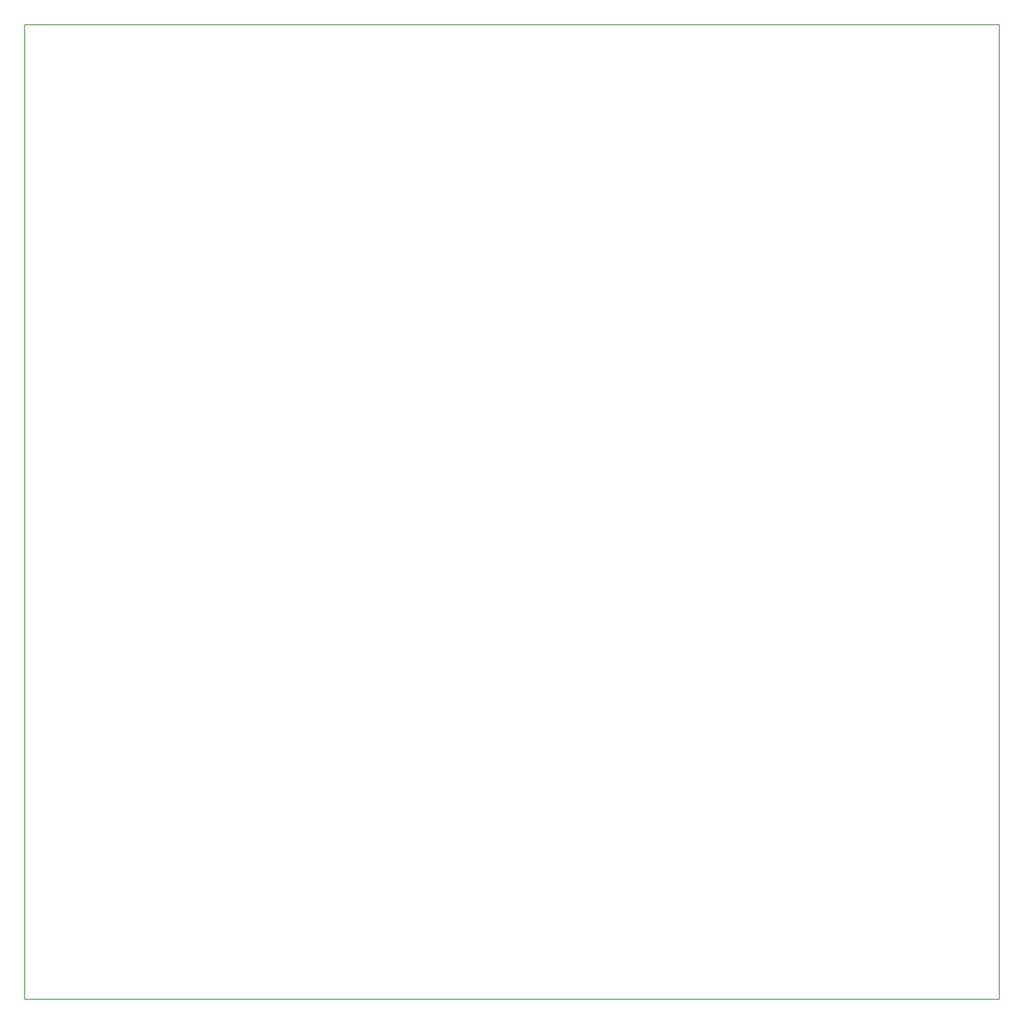
<source format=gm1>
%TF.GenerationSoftware,KiCad,Pcbnew,9.0.2*%
%TF.CreationDate,2025-05-12T22:54:11+08:00*%
%TF.ProjectId,paxclock_a,70617863-6c6f-4636-9b5f-612e6b696361,rev?*%
%TF.SameCoordinates,Original*%
%TF.FileFunction,Profile,NP*%
%FSLAX46Y46*%
G04 Gerber Fmt 4.6, Leading zero omitted, Abs format (unit mm)*
G04 Created by KiCad (PCBNEW 9.0.2) date 2025-05-12 22:54:11*
%MOMM*%
%LPD*%
G01*
G04 APERTURE LIST*
%TA.AperFunction,Profile*%
%ADD10C,0.038100*%
%TD*%
%TA.AperFunction,Profile*%
%ADD11C,0.100000*%
%TD*%
G04 APERTURE END LIST*
D10*
X140000000Y-135000000D02*
X35000000Y-135000000D01*
D11*
X140000000Y-135000000D02*
X140000000Y-30000000D01*
D10*
X35000000Y-135000000D02*
X35000000Y-30000000D01*
X140000000Y-30000000D02*
X35000000Y-30000000D01*
M02*

</source>
